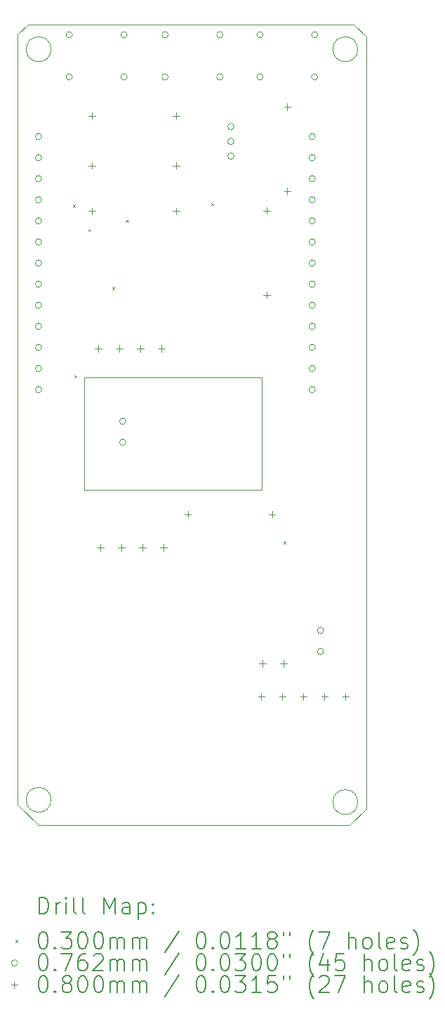
<source format=gbr>
%TF.GenerationSoftware,KiCad,Pcbnew,7.0.11+dfsg-1build4*%
%TF.CreationDate,2025-02-25T03:32:20+01:00*%
%TF.ProjectId,BertheVario213-Shema,42657274-6865-4566-9172-696f3231332d,1.11*%
%TF.SameCoordinates,Original*%
%TF.FileFunction,Drillmap*%
%TF.FilePolarity,Positive*%
%FSLAX45Y45*%
G04 Gerber Fmt 4.5, Leading zero omitted, Abs format (unit mm)*
G04 Created by KiCad (PCBNEW 7.0.11+dfsg-1build4) date 2025-02-25 03:32:20*
%MOMM*%
%LPD*%
G01*
G04 APERTURE LIST*
%ADD10C,0.050000*%
%ADD11C,0.200000*%
%ADD12C,0.100000*%
G04 APERTURE END LIST*
D10*
X16350000Y-6250000D02*
X16350000Y-15550000D01*
X16150000Y-15750000D01*
X12400000Y-15750000D01*
X12150000Y-15500000D01*
X12150000Y-6225000D01*
X12275000Y-6100000D01*
X16200000Y-6100000D01*
X16350000Y-6250000D01*
X12550000Y-6400000D02*
G75*
G03*
X12250000Y-6400000I-150000J0D01*
G01*
X12250000Y-6400000D02*
G75*
G03*
X12550000Y-6400000I150000J0D01*
G01*
X16250000Y-15469187D02*
G75*
G03*
X15950000Y-15469187I-150000J0D01*
G01*
X15950000Y-15469187D02*
G75*
G03*
X16250000Y-15469187I150000J0D01*
G01*
X12952000Y-10350000D02*
X15096457Y-10350000D01*
X15096457Y-11705543D01*
X12952000Y-11705543D01*
X12952000Y-10350000D01*
X16250000Y-6400000D02*
G75*
G03*
X15950000Y-6400000I-150000J0D01*
G01*
X15950000Y-6400000D02*
G75*
G03*
X16250000Y-6400000I150000J0D01*
G01*
X12550000Y-15440919D02*
G75*
G03*
X12250000Y-15440919I-150000J0D01*
G01*
X12250000Y-15440919D02*
G75*
G03*
X12550000Y-15440919I150000J0D01*
G01*
D11*
D12*
X12813280Y-8274040D02*
X12843280Y-8304040D01*
X12843280Y-8274040D02*
X12813280Y-8304040D01*
X12830860Y-10323760D02*
X12860860Y-10353760D01*
X12860860Y-10323760D02*
X12830860Y-10353760D01*
X12998510Y-8565120D02*
X13028510Y-8595120D01*
X13028510Y-8565120D02*
X12998510Y-8595120D01*
X13288070Y-9260410D02*
X13318070Y-9290410D01*
X13318070Y-9260410D02*
X13288070Y-9290410D01*
X13452210Y-8454560D02*
X13482210Y-8484560D01*
X13482210Y-8454560D02*
X13452210Y-8484560D01*
X14482450Y-8252000D02*
X14512450Y-8282000D01*
X14512450Y-8252000D02*
X14482450Y-8282000D01*
X15352870Y-12325800D02*
X15382870Y-12355800D01*
X15382870Y-12325800D02*
X15352870Y-12355800D01*
X12436100Y-7452000D02*
G75*
G03*
X12359900Y-7452000I-38100J0D01*
G01*
X12359900Y-7452000D02*
G75*
G03*
X12436100Y-7452000I38100J0D01*
G01*
X12436100Y-7706000D02*
G75*
G03*
X12359900Y-7706000I-38100J0D01*
G01*
X12359900Y-7706000D02*
G75*
G03*
X12436100Y-7706000I38100J0D01*
G01*
X12436100Y-7960000D02*
G75*
G03*
X12359900Y-7960000I-38100J0D01*
G01*
X12359900Y-7960000D02*
G75*
G03*
X12436100Y-7960000I38100J0D01*
G01*
X12436100Y-8214000D02*
G75*
G03*
X12359900Y-8214000I-38100J0D01*
G01*
X12359900Y-8214000D02*
G75*
G03*
X12436100Y-8214000I38100J0D01*
G01*
X12436100Y-8468000D02*
G75*
G03*
X12359900Y-8468000I-38100J0D01*
G01*
X12359900Y-8468000D02*
G75*
G03*
X12436100Y-8468000I38100J0D01*
G01*
X12436100Y-8722000D02*
G75*
G03*
X12359900Y-8722000I-38100J0D01*
G01*
X12359900Y-8722000D02*
G75*
G03*
X12436100Y-8722000I38100J0D01*
G01*
X12436100Y-8976000D02*
G75*
G03*
X12359900Y-8976000I-38100J0D01*
G01*
X12359900Y-8976000D02*
G75*
G03*
X12436100Y-8976000I38100J0D01*
G01*
X12436100Y-9230000D02*
G75*
G03*
X12359900Y-9230000I-38100J0D01*
G01*
X12359900Y-9230000D02*
G75*
G03*
X12436100Y-9230000I38100J0D01*
G01*
X12436100Y-9484000D02*
G75*
G03*
X12359900Y-9484000I-38100J0D01*
G01*
X12359900Y-9484000D02*
G75*
G03*
X12436100Y-9484000I38100J0D01*
G01*
X12436100Y-9738000D02*
G75*
G03*
X12359900Y-9738000I-38100J0D01*
G01*
X12359900Y-9738000D02*
G75*
G03*
X12436100Y-9738000I38100J0D01*
G01*
X12436100Y-9992000D02*
G75*
G03*
X12359900Y-9992000I-38100J0D01*
G01*
X12359900Y-9992000D02*
G75*
G03*
X12436100Y-9992000I38100J0D01*
G01*
X12436100Y-10246000D02*
G75*
G03*
X12359900Y-10246000I-38100J0D01*
G01*
X12359900Y-10246000D02*
G75*
G03*
X12436100Y-10246000I38100J0D01*
G01*
X12436100Y-10500000D02*
G75*
G03*
X12359900Y-10500000I-38100J0D01*
G01*
X12359900Y-10500000D02*
G75*
G03*
X12436100Y-10500000I38100J0D01*
G01*
X12807900Y-6225000D02*
G75*
G03*
X12731700Y-6225000I-38100J0D01*
G01*
X12731700Y-6225000D02*
G75*
G03*
X12807900Y-6225000I38100J0D01*
G01*
X12807900Y-6733000D02*
G75*
G03*
X12731700Y-6733000I-38100J0D01*
G01*
X12731700Y-6733000D02*
G75*
G03*
X12807900Y-6733000I38100J0D01*
G01*
X13452100Y-10881000D02*
G75*
G03*
X13375900Y-10881000I-38100J0D01*
G01*
X13375900Y-10881000D02*
G75*
G03*
X13452100Y-10881000I38100J0D01*
G01*
X13452100Y-11135000D02*
G75*
G03*
X13375900Y-11135000I-38100J0D01*
G01*
X13375900Y-11135000D02*
G75*
G03*
X13452100Y-11135000I38100J0D01*
G01*
X13468300Y-6225000D02*
G75*
G03*
X13392100Y-6225000I-38100J0D01*
G01*
X13392100Y-6225000D02*
G75*
G03*
X13468300Y-6225000I38100J0D01*
G01*
X13468300Y-6733000D02*
G75*
G03*
X13392100Y-6733000I-38100J0D01*
G01*
X13392100Y-6733000D02*
G75*
G03*
X13468300Y-6733000I38100J0D01*
G01*
X13963100Y-6225000D02*
G75*
G03*
X13886900Y-6225000I-38100J0D01*
G01*
X13886900Y-6225000D02*
G75*
G03*
X13963100Y-6225000I38100J0D01*
G01*
X13963100Y-6733000D02*
G75*
G03*
X13886900Y-6733000I-38100J0D01*
G01*
X13886900Y-6733000D02*
G75*
G03*
X13963100Y-6733000I38100J0D01*
G01*
X14623500Y-6225000D02*
G75*
G03*
X14547300Y-6225000I-38100J0D01*
G01*
X14547300Y-6225000D02*
G75*
G03*
X14623500Y-6225000I38100J0D01*
G01*
X14623500Y-6733000D02*
G75*
G03*
X14547300Y-6733000I-38100J0D01*
G01*
X14547300Y-6733000D02*
G75*
G03*
X14623500Y-6733000I38100J0D01*
G01*
X14758250Y-7331580D02*
G75*
G03*
X14682050Y-7331580I-38100J0D01*
G01*
X14682050Y-7331580D02*
G75*
G03*
X14758250Y-7331580I38100J0D01*
G01*
X14758250Y-7509380D02*
G75*
G03*
X14682050Y-7509380I-38100J0D01*
G01*
X14682050Y-7509380D02*
G75*
G03*
X14758250Y-7509380I38100J0D01*
G01*
X14758250Y-7687180D02*
G75*
G03*
X14682050Y-7687180I-38100J0D01*
G01*
X14682050Y-7687180D02*
G75*
G03*
X14758250Y-7687180I38100J0D01*
G01*
X15107900Y-6225000D02*
G75*
G03*
X15031700Y-6225000I-38100J0D01*
G01*
X15031700Y-6225000D02*
G75*
G03*
X15107900Y-6225000I38100J0D01*
G01*
X15107900Y-6733000D02*
G75*
G03*
X15031700Y-6733000I-38100J0D01*
G01*
X15031700Y-6733000D02*
G75*
G03*
X15107900Y-6733000I38100J0D01*
G01*
X15738100Y-7452000D02*
G75*
G03*
X15661900Y-7452000I-38100J0D01*
G01*
X15661900Y-7452000D02*
G75*
G03*
X15738100Y-7452000I38100J0D01*
G01*
X15738100Y-7706000D02*
G75*
G03*
X15661900Y-7706000I-38100J0D01*
G01*
X15661900Y-7706000D02*
G75*
G03*
X15738100Y-7706000I38100J0D01*
G01*
X15738100Y-7960000D02*
G75*
G03*
X15661900Y-7960000I-38100J0D01*
G01*
X15661900Y-7960000D02*
G75*
G03*
X15738100Y-7960000I38100J0D01*
G01*
X15738100Y-8214000D02*
G75*
G03*
X15661900Y-8214000I-38100J0D01*
G01*
X15661900Y-8214000D02*
G75*
G03*
X15738100Y-8214000I38100J0D01*
G01*
X15738100Y-8468000D02*
G75*
G03*
X15661900Y-8468000I-38100J0D01*
G01*
X15661900Y-8468000D02*
G75*
G03*
X15738100Y-8468000I38100J0D01*
G01*
X15738100Y-8722000D02*
G75*
G03*
X15661900Y-8722000I-38100J0D01*
G01*
X15661900Y-8722000D02*
G75*
G03*
X15738100Y-8722000I38100J0D01*
G01*
X15738100Y-8976000D02*
G75*
G03*
X15661900Y-8976000I-38100J0D01*
G01*
X15661900Y-8976000D02*
G75*
G03*
X15738100Y-8976000I38100J0D01*
G01*
X15738100Y-9230000D02*
G75*
G03*
X15661900Y-9230000I-38100J0D01*
G01*
X15661900Y-9230000D02*
G75*
G03*
X15738100Y-9230000I38100J0D01*
G01*
X15738100Y-9484000D02*
G75*
G03*
X15661900Y-9484000I-38100J0D01*
G01*
X15661900Y-9484000D02*
G75*
G03*
X15738100Y-9484000I38100J0D01*
G01*
X15738100Y-9738000D02*
G75*
G03*
X15661900Y-9738000I-38100J0D01*
G01*
X15661900Y-9738000D02*
G75*
G03*
X15738100Y-9738000I38100J0D01*
G01*
X15738100Y-9992000D02*
G75*
G03*
X15661900Y-9992000I-38100J0D01*
G01*
X15661900Y-9992000D02*
G75*
G03*
X15738100Y-9992000I38100J0D01*
G01*
X15738100Y-10246000D02*
G75*
G03*
X15661900Y-10246000I-38100J0D01*
G01*
X15661900Y-10246000D02*
G75*
G03*
X15738100Y-10246000I38100J0D01*
G01*
X15738100Y-10500000D02*
G75*
G03*
X15661900Y-10500000I-38100J0D01*
G01*
X15661900Y-10500000D02*
G75*
G03*
X15738100Y-10500000I38100J0D01*
G01*
X15768300Y-6225000D02*
G75*
G03*
X15692100Y-6225000I-38100J0D01*
G01*
X15692100Y-6225000D02*
G75*
G03*
X15768300Y-6225000I38100J0D01*
G01*
X15768300Y-6733000D02*
G75*
G03*
X15692100Y-6733000I-38100J0D01*
G01*
X15692100Y-6733000D02*
G75*
G03*
X15768300Y-6733000I38100J0D01*
G01*
X15838100Y-13400000D02*
G75*
G03*
X15761900Y-13400000I-38100J0D01*
G01*
X15761900Y-13400000D02*
G75*
G03*
X15838100Y-13400000I38100J0D01*
G01*
X15838100Y-13654000D02*
G75*
G03*
X15761900Y-13654000I-38100J0D01*
G01*
X15761900Y-13654000D02*
G75*
G03*
X15838100Y-13654000I38100J0D01*
G01*
X13042000Y-7160000D02*
X13042000Y-7240000D01*
X13002000Y-7200000D02*
X13082000Y-7200000D01*
X13042000Y-7760000D02*
X13042000Y-7840000D01*
X13002000Y-7800000D02*
X13082000Y-7800000D01*
X13042000Y-8310000D02*
X13042000Y-8390000D01*
X13002000Y-8350000D02*
X13082000Y-8350000D01*
X13118000Y-9964000D02*
X13118000Y-10044000D01*
X13078000Y-10004000D02*
X13158000Y-10004000D01*
X13146000Y-12360000D02*
X13146000Y-12440000D01*
X13106000Y-12400000D02*
X13186000Y-12400000D01*
X13372000Y-9964000D02*
X13372000Y-10044000D01*
X13332000Y-10004000D02*
X13412000Y-10004000D01*
X13400000Y-12360000D02*
X13400000Y-12440000D01*
X13360000Y-12400000D02*
X13440000Y-12400000D01*
X13626000Y-9964000D02*
X13626000Y-10044000D01*
X13586000Y-10004000D02*
X13666000Y-10004000D01*
X13654000Y-12360000D02*
X13654000Y-12440000D01*
X13614000Y-12400000D02*
X13694000Y-12400000D01*
X13881000Y-9964000D02*
X13881000Y-10044000D01*
X13841000Y-10004000D02*
X13921000Y-10004000D01*
X13908000Y-12360000D02*
X13908000Y-12440000D01*
X13868000Y-12400000D02*
X13948000Y-12400000D01*
X14058000Y-7160000D02*
X14058000Y-7240000D01*
X14018000Y-7200000D02*
X14098000Y-7200000D01*
X14058000Y-7760000D02*
X14058000Y-7840000D01*
X14018000Y-7800000D02*
X14098000Y-7800000D01*
X14058000Y-8310000D02*
X14058000Y-8390000D01*
X14018000Y-8350000D02*
X14098000Y-8350000D01*
X14200000Y-11960000D02*
X14200000Y-12040000D01*
X14160000Y-12000000D02*
X14240000Y-12000000D01*
X15088000Y-14160000D02*
X15088000Y-14240000D01*
X15048000Y-14200000D02*
X15128000Y-14200000D01*
X15100000Y-13760000D02*
X15100000Y-13840000D01*
X15060000Y-13800000D02*
X15140000Y-13800000D01*
X15150000Y-8302000D02*
X15150000Y-8382000D01*
X15110000Y-8342000D02*
X15190000Y-8342000D01*
X15150000Y-9318000D02*
X15150000Y-9398000D01*
X15110000Y-9358000D02*
X15190000Y-9358000D01*
X15216000Y-11960000D02*
X15216000Y-12040000D01*
X15176000Y-12000000D02*
X15256000Y-12000000D01*
X15342000Y-14160000D02*
X15342000Y-14240000D01*
X15302000Y-14200000D02*
X15382000Y-14200000D01*
X15354000Y-13760000D02*
X15354000Y-13840000D01*
X15314000Y-13800000D02*
X15394000Y-13800000D01*
X15400000Y-7052000D02*
X15400000Y-7132000D01*
X15360000Y-7092000D02*
X15440000Y-7092000D01*
X15400000Y-8068000D02*
X15400000Y-8148000D01*
X15360000Y-8108000D02*
X15440000Y-8108000D01*
X15596000Y-14160000D02*
X15596000Y-14240000D01*
X15556000Y-14200000D02*
X15636000Y-14200000D01*
X15850000Y-14160000D02*
X15850000Y-14240000D01*
X15810000Y-14200000D02*
X15890000Y-14200000D01*
X16104000Y-14160000D02*
X16104000Y-14240000D01*
X16064000Y-14200000D02*
X16144000Y-14200000D01*
D11*
X12408277Y-16813984D02*
X12408277Y-16613984D01*
X12408277Y-16613984D02*
X12455896Y-16613984D01*
X12455896Y-16613984D02*
X12484467Y-16623508D01*
X12484467Y-16623508D02*
X12503515Y-16642555D01*
X12503515Y-16642555D02*
X12513039Y-16661603D01*
X12513039Y-16661603D02*
X12522562Y-16699698D01*
X12522562Y-16699698D02*
X12522562Y-16728269D01*
X12522562Y-16728269D02*
X12513039Y-16766365D01*
X12513039Y-16766365D02*
X12503515Y-16785412D01*
X12503515Y-16785412D02*
X12484467Y-16804460D01*
X12484467Y-16804460D02*
X12455896Y-16813984D01*
X12455896Y-16813984D02*
X12408277Y-16813984D01*
X12608277Y-16813984D02*
X12608277Y-16680650D01*
X12608277Y-16718746D02*
X12617801Y-16699698D01*
X12617801Y-16699698D02*
X12627324Y-16690174D01*
X12627324Y-16690174D02*
X12646372Y-16680650D01*
X12646372Y-16680650D02*
X12665420Y-16680650D01*
X12732086Y-16813984D02*
X12732086Y-16680650D01*
X12732086Y-16613984D02*
X12722562Y-16623508D01*
X12722562Y-16623508D02*
X12732086Y-16633031D01*
X12732086Y-16633031D02*
X12741610Y-16623508D01*
X12741610Y-16623508D02*
X12732086Y-16613984D01*
X12732086Y-16613984D02*
X12732086Y-16633031D01*
X12855896Y-16813984D02*
X12836848Y-16804460D01*
X12836848Y-16804460D02*
X12827324Y-16785412D01*
X12827324Y-16785412D02*
X12827324Y-16613984D01*
X12960658Y-16813984D02*
X12941610Y-16804460D01*
X12941610Y-16804460D02*
X12932086Y-16785412D01*
X12932086Y-16785412D02*
X12932086Y-16613984D01*
X13189229Y-16813984D02*
X13189229Y-16613984D01*
X13189229Y-16613984D02*
X13255896Y-16756841D01*
X13255896Y-16756841D02*
X13322562Y-16613984D01*
X13322562Y-16613984D02*
X13322562Y-16813984D01*
X13503515Y-16813984D02*
X13503515Y-16709222D01*
X13503515Y-16709222D02*
X13493991Y-16690174D01*
X13493991Y-16690174D02*
X13474943Y-16680650D01*
X13474943Y-16680650D02*
X13436848Y-16680650D01*
X13436848Y-16680650D02*
X13417801Y-16690174D01*
X13503515Y-16804460D02*
X13484467Y-16813984D01*
X13484467Y-16813984D02*
X13436848Y-16813984D01*
X13436848Y-16813984D02*
X13417801Y-16804460D01*
X13417801Y-16804460D02*
X13408277Y-16785412D01*
X13408277Y-16785412D02*
X13408277Y-16766365D01*
X13408277Y-16766365D02*
X13417801Y-16747317D01*
X13417801Y-16747317D02*
X13436848Y-16737793D01*
X13436848Y-16737793D02*
X13484467Y-16737793D01*
X13484467Y-16737793D02*
X13503515Y-16728269D01*
X13598753Y-16680650D02*
X13598753Y-16880650D01*
X13598753Y-16690174D02*
X13617801Y-16680650D01*
X13617801Y-16680650D02*
X13655896Y-16680650D01*
X13655896Y-16680650D02*
X13674943Y-16690174D01*
X13674943Y-16690174D02*
X13684467Y-16699698D01*
X13684467Y-16699698D02*
X13693991Y-16718746D01*
X13693991Y-16718746D02*
X13693991Y-16775888D01*
X13693991Y-16775888D02*
X13684467Y-16794936D01*
X13684467Y-16794936D02*
X13674943Y-16804460D01*
X13674943Y-16804460D02*
X13655896Y-16813984D01*
X13655896Y-16813984D02*
X13617801Y-16813984D01*
X13617801Y-16813984D02*
X13598753Y-16804460D01*
X13779705Y-16794936D02*
X13789229Y-16804460D01*
X13789229Y-16804460D02*
X13779705Y-16813984D01*
X13779705Y-16813984D02*
X13770182Y-16804460D01*
X13770182Y-16804460D02*
X13779705Y-16794936D01*
X13779705Y-16794936D02*
X13779705Y-16813984D01*
X13779705Y-16690174D02*
X13789229Y-16699698D01*
X13789229Y-16699698D02*
X13779705Y-16709222D01*
X13779705Y-16709222D02*
X13770182Y-16699698D01*
X13770182Y-16699698D02*
X13779705Y-16690174D01*
X13779705Y-16690174D02*
X13779705Y-16709222D01*
D12*
X12117500Y-17127500D02*
X12147500Y-17157500D01*
X12147500Y-17127500D02*
X12117500Y-17157500D01*
D11*
X12446372Y-17033984D02*
X12465420Y-17033984D01*
X12465420Y-17033984D02*
X12484467Y-17043508D01*
X12484467Y-17043508D02*
X12493991Y-17053031D01*
X12493991Y-17053031D02*
X12503515Y-17072079D01*
X12503515Y-17072079D02*
X12513039Y-17110174D01*
X12513039Y-17110174D02*
X12513039Y-17157793D01*
X12513039Y-17157793D02*
X12503515Y-17195889D01*
X12503515Y-17195889D02*
X12493991Y-17214936D01*
X12493991Y-17214936D02*
X12484467Y-17224460D01*
X12484467Y-17224460D02*
X12465420Y-17233984D01*
X12465420Y-17233984D02*
X12446372Y-17233984D01*
X12446372Y-17233984D02*
X12427324Y-17224460D01*
X12427324Y-17224460D02*
X12417801Y-17214936D01*
X12417801Y-17214936D02*
X12408277Y-17195889D01*
X12408277Y-17195889D02*
X12398753Y-17157793D01*
X12398753Y-17157793D02*
X12398753Y-17110174D01*
X12398753Y-17110174D02*
X12408277Y-17072079D01*
X12408277Y-17072079D02*
X12417801Y-17053031D01*
X12417801Y-17053031D02*
X12427324Y-17043508D01*
X12427324Y-17043508D02*
X12446372Y-17033984D01*
X12598753Y-17214936D02*
X12608277Y-17224460D01*
X12608277Y-17224460D02*
X12598753Y-17233984D01*
X12598753Y-17233984D02*
X12589229Y-17224460D01*
X12589229Y-17224460D02*
X12598753Y-17214936D01*
X12598753Y-17214936D02*
X12598753Y-17233984D01*
X12674943Y-17033984D02*
X12798753Y-17033984D01*
X12798753Y-17033984D02*
X12732086Y-17110174D01*
X12732086Y-17110174D02*
X12760658Y-17110174D01*
X12760658Y-17110174D02*
X12779705Y-17119698D01*
X12779705Y-17119698D02*
X12789229Y-17129222D01*
X12789229Y-17129222D02*
X12798753Y-17148270D01*
X12798753Y-17148270D02*
X12798753Y-17195889D01*
X12798753Y-17195889D02*
X12789229Y-17214936D01*
X12789229Y-17214936D02*
X12779705Y-17224460D01*
X12779705Y-17224460D02*
X12760658Y-17233984D01*
X12760658Y-17233984D02*
X12703515Y-17233984D01*
X12703515Y-17233984D02*
X12684467Y-17224460D01*
X12684467Y-17224460D02*
X12674943Y-17214936D01*
X12922562Y-17033984D02*
X12941610Y-17033984D01*
X12941610Y-17033984D02*
X12960658Y-17043508D01*
X12960658Y-17043508D02*
X12970182Y-17053031D01*
X12970182Y-17053031D02*
X12979705Y-17072079D01*
X12979705Y-17072079D02*
X12989229Y-17110174D01*
X12989229Y-17110174D02*
X12989229Y-17157793D01*
X12989229Y-17157793D02*
X12979705Y-17195889D01*
X12979705Y-17195889D02*
X12970182Y-17214936D01*
X12970182Y-17214936D02*
X12960658Y-17224460D01*
X12960658Y-17224460D02*
X12941610Y-17233984D01*
X12941610Y-17233984D02*
X12922562Y-17233984D01*
X12922562Y-17233984D02*
X12903515Y-17224460D01*
X12903515Y-17224460D02*
X12893991Y-17214936D01*
X12893991Y-17214936D02*
X12884467Y-17195889D01*
X12884467Y-17195889D02*
X12874943Y-17157793D01*
X12874943Y-17157793D02*
X12874943Y-17110174D01*
X12874943Y-17110174D02*
X12884467Y-17072079D01*
X12884467Y-17072079D02*
X12893991Y-17053031D01*
X12893991Y-17053031D02*
X12903515Y-17043508D01*
X12903515Y-17043508D02*
X12922562Y-17033984D01*
X13113039Y-17033984D02*
X13132086Y-17033984D01*
X13132086Y-17033984D02*
X13151134Y-17043508D01*
X13151134Y-17043508D02*
X13160658Y-17053031D01*
X13160658Y-17053031D02*
X13170182Y-17072079D01*
X13170182Y-17072079D02*
X13179705Y-17110174D01*
X13179705Y-17110174D02*
X13179705Y-17157793D01*
X13179705Y-17157793D02*
X13170182Y-17195889D01*
X13170182Y-17195889D02*
X13160658Y-17214936D01*
X13160658Y-17214936D02*
X13151134Y-17224460D01*
X13151134Y-17224460D02*
X13132086Y-17233984D01*
X13132086Y-17233984D02*
X13113039Y-17233984D01*
X13113039Y-17233984D02*
X13093991Y-17224460D01*
X13093991Y-17224460D02*
X13084467Y-17214936D01*
X13084467Y-17214936D02*
X13074943Y-17195889D01*
X13074943Y-17195889D02*
X13065420Y-17157793D01*
X13065420Y-17157793D02*
X13065420Y-17110174D01*
X13065420Y-17110174D02*
X13074943Y-17072079D01*
X13074943Y-17072079D02*
X13084467Y-17053031D01*
X13084467Y-17053031D02*
X13093991Y-17043508D01*
X13093991Y-17043508D02*
X13113039Y-17033984D01*
X13265420Y-17233984D02*
X13265420Y-17100650D01*
X13265420Y-17119698D02*
X13274943Y-17110174D01*
X13274943Y-17110174D02*
X13293991Y-17100650D01*
X13293991Y-17100650D02*
X13322563Y-17100650D01*
X13322563Y-17100650D02*
X13341610Y-17110174D01*
X13341610Y-17110174D02*
X13351134Y-17129222D01*
X13351134Y-17129222D02*
X13351134Y-17233984D01*
X13351134Y-17129222D02*
X13360658Y-17110174D01*
X13360658Y-17110174D02*
X13379705Y-17100650D01*
X13379705Y-17100650D02*
X13408277Y-17100650D01*
X13408277Y-17100650D02*
X13427324Y-17110174D01*
X13427324Y-17110174D02*
X13436848Y-17129222D01*
X13436848Y-17129222D02*
X13436848Y-17233984D01*
X13532086Y-17233984D02*
X13532086Y-17100650D01*
X13532086Y-17119698D02*
X13541610Y-17110174D01*
X13541610Y-17110174D02*
X13560658Y-17100650D01*
X13560658Y-17100650D02*
X13589229Y-17100650D01*
X13589229Y-17100650D02*
X13608277Y-17110174D01*
X13608277Y-17110174D02*
X13617801Y-17129222D01*
X13617801Y-17129222D02*
X13617801Y-17233984D01*
X13617801Y-17129222D02*
X13627324Y-17110174D01*
X13627324Y-17110174D02*
X13646372Y-17100650D01*
X13646372Y-17100650D02*
X13674943Y-17100650D01*
X13674943Y-17100650D02*
X13693991Y-17110174D01*
X13693991Y-17110174D02*
X13703515Y-17129222D01*
X13703515Y-17129222D02*
X13703515Y-17233984D01*
X14093991Y-17024460D02*
X13922563Y-17281603D01*
X14351134Y-17033984D02*
X14370182Y-17033984D01*
X14370182Y-17033984D02*
X14389229Y-17043508D01*
X14389229Y-17043508D02*
X14398753Y-17053031D01*
X14398753Y-17053031D02*
X14408277Y-17072079D01*
X14408277Y-17072079D02*
X14417801Y-17110174D01*
X14417801Y-17110174D02*
X14417801Y-17157793D01*
X14417801Y-17157793D02*
X14408277Y-17195889D01*
X14408277Y-17195889D02*
X14398753Y-17214936D01*
X14398753Y-17214936D02*
X14389229Y-17224460D01*
X14389229Y-17224460D02*
X14370182Y-17233984D01*
X14370182Y-17233984D02*
X14351134Y-17233984D01*
X14351134Y-17233984D02*
X14332086Y-17224460D01*
X14332086Y-17224460D02*
X14322563Y-17214936D01*
X14322563Y-17214936D02*
X14313039Y-17195889D01*
X14313039Y-17195889D02*
X14303515Y-17157793D01*
X14303515Y-17157793D02*
X14303515Y-17110174D01*
X14303515Y-17110174D02*
X14313039Y-17072079D01*
X14313039Y-17072079D02*
X14322563Y-17053031D01*
X14322563Y-17053031D02*
X14332086Y-17043508D01*
X14332086Y-17043508D02*
X14351134Y-17033984D01*
X14503515Y-17214936D02*
X14513039Y-17224460D01*
X14513039Y-17224460D02*
X14503515Y-17233984D01*
X14503515Y-17233984D02*
X14493991Y-17224460D01*
X14493991Y-17224460D02*
X14503515Y-17214936D01*
X14503515Y-17214936D02*
X14503515Y-17233984D01*
X14636848Y-17033984D02*
X14655896Y-17033984D01*
X14655896Y-17033984D02*
X14674944Y-17043508D01*
X14674944Y-17043508D02*
X14684467Y-17053031D01*
X14684467Y-17053031D02*
X14693991Y-17072079D01*
X14693991Y-17072079D02*
X14703515Y-17110174D01*
X14703515Y-17110174D02*
X14703515Y-17157793D01*
X14703515Y-17157793D02*
X14693991Y-17195889D01*
X14693991Y-17195889D02*
X14684467Y-17214936D01*
X14684467Y-17214936D02*
X14674944Y-17224460D01*
X14674944Y-17224460D02*
X14655896Y-17233984D01*
X14655896Y-17233984D02*
X14636848Y-17233984D01*
X14636848Y-17233984D02*
X14617801Y-17224460D01*
X14617801Y-17224460D02*
X14608277Y-17214936D01*
X14608277Y-17214936D02*
X14598753Y-17195889D01*
X14598753Y-17195889D02*
X14589229Y-17157793D01*
X14589229Y-17157793D02*
X14589229Y-17110174D01*
X14589229Y-17110174D02*
X14598753Y-17072079D01*
X14598753Y-17072079D02*
X14608277Y-17053031D01*
X14608277Y-17053031D02*
X14617801Y-17043508D01*
X14617801Y-17043508D02*
X14636848Y-17033984D01*
X14893991Y-17233984D02*
X14779706Y-17233984D01*
X14836848Y-17233984D02*
X14836848Y-17033984D01*
X14836848Y-17033984D02*
X14817801Y-17062555D01*
X14817801Y-17062555D02*
X14798753Y-17081603D01*
X14798753Y-17081603D02*
X14779706Y-17091127D01*
X15084467Y-17233984D02*
X14970182Y-17233984D01*
X15027325Y-17233984D02*
X15027325Y-17033984D01*
X15027325Y-17033984D02*
X15008277Y-17062555D01*
X15008277Y-17062555D02*
X14989229Y-17081603D01*
X14989229Y-17081603D02*
X14970182Y-17091127D01*
X15198753Y-17119698D02*
X15179706Y-17110174D01*
X15179706Y-17110174D02*
X15170182Y-17100650D01*
X15170182Y-17100650D02*
X15160658Y-17081603D01*
X15160658Y-17081603D02*
X15160658Y-17072079D01*
X15160658Y-17072079D02*
X15170182Y-17053031D01*
X15170182Y-17053031D02*
X15179706Y-17043508D01*
X15179706Y-17043508D02*
X15198753Y-17033984D01*
X15198753Y-17033984D02*
X15236848Y-17033984D01*
X15236848Y-17033984D02*
X15255896Y-17043508D01*
X15255896Y-17043508D02*
X15265420Y-17053031D01*
X15265420Y-17053031D02*
X15274944Y-17072079D01*
X15274944Y-17072079D02*
X15274944Y-17081603D01*
X15274944Y-17081603D02*
X15265420Y-17100650D01*
X15265420Y-17100650D02*
X15255896Y-17110174D01*
X15255896Y-17110174D02*
X15236848Y-17119698D01*
X15236848Y-17119698D02*
X15198753Y-17119698D01*
X15198753Y-17119698D02*
X15179706Y-17129222D01*
X15179706Y-17129222D02*
X15170182Y-17138746D01*
X15170182Y-17138746D02*
X15160658Y-17157793D01*
X15160658Y-17157793D02*
X15160658Y-17195889D01*
X15160658Y-17195889D02*
X15170182Y-17214936D01*
X15170182Y-17214936D02*
X15179706Y-17224460D01*
X15179706Y-17224460D02*
X15198753Y-17233984D01*
X15198753Y-17233984D02*
X15236848Y-17233984D01*
X15236848Y-17233984D02*
X15255896Y-17224460D01*
X15255896Y-17224460D02*
X15265420Y-17214936D01*
X15265420Y-17214936D02*
X15274944Y-17195889D01*
X15274944Y-17195889D02*
X15274944Y-17157793D01*
X15274944Y-17157793D02*
X15265420Y-17138746D01*
X15265420Y-17138746D02*
X15255896Y-17129222D01*
X15255896Y-17129222D02*
X15236848Y-17119698D01*
X15351134Y-17033984D02*
X15351134Y-17072079D01*
X15427325Y-17033984D02*
X15427325Y-17072079D01*
X15722563Y-17310174D02*
X15713039Y-17300650D01*
X15713039Y-17300650D02*
X15693991Y-17272079D01*
X15693991Y-17272079D02*
X15684468Y-17253031D01*
X15684468Y-17253031D02*
X15674944Y-17224460D01*
X15674944Y-17224460D02*
X15665420Y-17176841D01*
X15665420Y-17176841D02*
X15665420Y-17138746D01*
X15665420Y-17138746D02*
X15674944Y-17091127D01*
X15674944Y-17091127D02*
X15684468Y-17062555D01*
X15684468Y-17062555D02*
X15693991Y-17043508D01*
X15693991Y-17043508D02*
X15713039Y-17014936D01*
X15713039Y-17014936D02*
X15722563Y-17005412D01*
X15779706Y-17033984D02*
X15913039Y-17033984D01*
X15913039Y-17033984D02*
X15827325Y-17233984D01*
X16141610Y-17233984D02*
X16141610Y-17033984D01*
X16227325Y-17233984D02*
X16227325Y-17129222D01*
X16227325Y-17129222D02*
X16217801Y-17110174D01*
X16217801Y-17110174D02*
X16198753Y-17100650D01*
X16198753Y-17100650D02*
X16170182Y-17100650D01*
X16170182Y-17100650D02*
X16151134Y-17110174D01*
X16151134Y-17110174D02*
X16141610Y-17119698D01*
X16351134Y-17233984D02*
X16332087Y-17224460D01*
X16332087Y-17224460D02*
X16322563Y-17214936D01*
X16322563Y-17214936D02*
X16313039Y-17195889D01*
X16313039Y-17195889D02*
X16313039Y-17138746D01*
X16313039Y-17138746D02*
X16322563Y-17119698D01*
X16322563Y-17119698D02*
X16332087Y-17110174D01*
X16332087Y-17110174D02*
X16351134Y-17100650D01*
X16351134Y-17100650D02*
X16379706Y-17100650D01*
X16379706Y-17100650D02*
X16398753Y-17110174D01*
X16398753Y-17110174D02*
X16408277Y-17119698D01*
X16408277Y-17119698D02*
X16417801Y-17138746D01*
X16417801Y-17138746D02*
X16417801Y-17195889D01*
X16417801Y-17195889D02*
X16408277Y-17214936D01*
X16408277Y-17214936D02*
X16398753Y-17224460D01*
X16398753Y-17224460D02*
X16379706Y-17233984D01*
X16379706Y-17233984D02*
X16351134Y-17233984D01*
X16532087Y-17233984D02*
X16513039Y-17224460D01*
X16513039Y-17224460D02*
X16503515Y-17205412D01*
X16503515Y-17205412D02*
X16503515Y-17033984D01*
X16684468Y-17224460D02*
X16665420Y-17233984D01*
X16665420Y-17233984D02*
X16627325Y-17233984D01*
X16627325Y-17233984D02*
X16608277Y-17224460D01*
X16608277Y-17224460D02*
X16598753Y-17205412D01*
X16598753Y-17205412D02*
X16598753Y-17129222D01*
X16598753Y-17129222D02*
X16608277Y-17110174D01*
X16608277Y-17110174D02*
X16627325Y-17100650D01*
X16627325Y-17100650D02*
X16665420Y-17100650D01*
X16665420Y-17100650D02*
X16684468Y-17110174D01*
X16684468Y-17110174D02*
X16693991Y-17129222D01*
X16693991Y-17129222D02*
X16693991Y-17148270D01*
X16693991Y-17148270D02*
X16598753Y-17167317D01*
X16770182Y-17224460D02*
X16789230Y-17233984D01*
X16789230Y-17233984D02*
X16827325Y-17233984D01*
X16827325Y-17233984D02*
X16846373Y-17224460D01*
X16846373Y-17224460D02*
X16855896Y-17205412D01*
X16855896Y-17205412D02*
X16855896Y-17195889D01*
X16855896Y-17195889D02*
X16846373Y-17176841D01*
X16846373Y-17176841D02*
X16827325Y-17167317D01*
X16827325Y-17167317D02*
X16798753Y-17167317D01*
X16798753Y-17167317D02*
X16779706Y-17157793D01*
X16779706Y-17157793D02*
X16770182Y-17138746D01*
X16770182Y-17138746D02*
X16770182Y-17129222D01*
X16770182Y-17129222D02*
X16779706Y-17110174D01*
X16779706Y-17110174D02*
X16798753Y-17100650D01*
X16798753Y-17100650D02*
X16827325Y-17100650D01*
X16827325Y-17100650D02*
X16846373Y-17110174D01*
X16922563Y-17310174D02*
X16932087Y-17300650D01*
X16932087Y-17300650D02*
X16951134Y-17272079D01*
X16951134Y-17272079D02*
X16960658Y-17253031D01*
X16960658Y-17253031D02*
X16970182Y-17224460D01*
X16970182Y-17224460D02*
X16979706Y-17176841D01*
X16979706Y-17176841D02*
X16979706Y-17138746D01*
X16979706Y-17138746D02*
X16970182Y-17091127D01*
X16970182Y-17091127D02*
X16960658Y-17062555D01*
X16960658Y-17062555D02*
X16951134Y-17043508D01*
X16951134Y-17043508D02*
X16932087Y-17014936D01*
X16932087Y-17014936D02*
X16922563Y-17005412D01*
D12*
X12147500Y-17406500D02*
G75*
G03*
X12071300Y-17406500I-38100J0D01*
G01*
X12071300Y-17406500D02*
G75*
G03*
X12147500Y-17406500I38100J0D01*
G01*
D11*
X12446372Y-17297984D02*
X12465420Y-17297984D01*
X12465420Y-17297984D02*
X12484467Y-17307508D01*
X12484467Y-17307508D02*
X12493991Y-17317031D01*
X12493991Y-17317031D02*
X12503515Y-17336079D01*
X12503515Y-17336079D02*
X12513039Y-17374174D01*
X12513039Y-17374174D02*
X12513039Y-17421793D01*
X12513039Y-17421793D02*
X12503515Y-17459889D01*
X12503515Y-17459889D02*
X12493991Y-17478936D01*
X12493991Y-17478936D02*
X12484467Y-17488460D01*
X12484467Y-17488460D02*
X12465420Y-17497984D01*
X12465420Y-17497984D02*
X12446372Y-17497984D01*
X12446372Y-17497984D02*
X12427324Y-17488460D01*
X12427324Y-17488460D02*
X12417801Y-17478936D01*
X12417801Y-17478936D02*
X12408277Y-17459889D01*
X12408277Y-17459889D02*
X12398753Y-17421793D01*
X12398753Y-17421793D02*
X12398753Y-17374174D01*
X12398753Y-17374174D02*
X12408277Y-17336079D01*
X12408277Y-17336079D02*
X12417801Y-17317031D01*
X12417801Y-17317031D02*
X12427324Y-17307508D01*
X12427324Y-17307508D02*
X12446372Y-17297984D01*
X12598753Y-17478936D02*
X12608277Y-17488460D01*
X12608277Y-17488460D02*
X12598753Y-17497984D01*
X12598753Y-17497984D02*
X12589229Y-17488460D01*
X12589229Y-17488460D02*
X12598753Y-17478936D01*
X12598753Y-17478936D02*
X12598753Y-17497984D01*
X12674943Y-17297984D02*
X12808277Y-17297984D01*
X12808277Y-17297984D02*
X12722562Y-17497984D01*
X12970182Y-17297984D02*
X12932086Y-17297984D01*
X12932086Y-17297984D02*
X12913039Y-17307508D01*
X12913039Y-17307508D02*
X12903515Y-17317031D01*
X12903515Y-17317031D02*
X12884467Y-17345603D01*
X12884467Y-17345603D02*
X12874943Y-17383698D01*
X12874943Y-17383698D02*
X12874943Y-17459889D01*
X12874943Y-17459889D02*
X12884467Y-17478936D01*
X12884467Y-17478936D02*
X12893991Y-17488460D01*
X12893991Y-17488460D02*
X12913039Y-17497984D01*
X12913039Y-17497984D02*
X12951134Y-17497984D01*
X12951134Y-17497984D02*
X12970182Y-17488460D01*
X12970182Y-17488460D02*
X12979705Y-17478936D01*
X12979705Y-17478936D02*
X12989229Y-17459889D01*
X12989229Y-17459889D02*
X12989229Y-17412270D01*
X12989229Y-17412270D02*
X12979705Y-17393222D01*
X12979705Y-17393222D02*
X12970182Y-17383698D01*
X12970182Y-17383698D02*
X12951134Y-17374174D01*
X12951134Y-17374174D02*
X12913039Y-17374174D01*
X12913039Y-17374174D02*
X12893991Y-17383698D01*
X12893991Y-17383698D02*
X12884467Y-17393222D01*
X12884467Y-17393222D02*
X12874943Y-17412270D01*
X13065420Y-17317031D02*
X13074943Y-17307508D01*
X13074943Y-17307508D02*
X13093991Y-17297984D01*
X13093991Y-17297984D02*
X13141610Y-17297984D01*
X13141610Y-17297984D02*
X13160658Y-17307508D01*
X13160658Y-17307508D02*
X13170182Y-17317031D01*
X13170182Y-17317031D02*
X13179705Y-17336079D01*
X13179705Y-17336079D02*
X13179705Y-17355127D01*
X13179705Y-17355127D02*
X13170182Y-17383698D01*
X13170182Y-17383698D02*
X13055896Y-17497984D01*
X13055896Y-17497984D02*
X13179705Y-17497984D01*
X13265420Y-17497984D02*
X13265420Y-17364650D01*
X13265420Y-17383698D02*
X13274943Y-17374174D01*
X13274943Y-17374174D02*
X13293991Y-17364650D01*
X13293991Y-17364650D02*
X13322563Y-17364650D01*
X13322563Y-17364650D02*
X13341610Y-17374174D01*
X13341610Y-17374174D02*
X13351134Y-17393222D01*
X13351134Y-17393222D02*
X13351134Y-17497984D01*
X13351134Y-17393222D02*
X13360658Y-17374174D01*
X13360658Y-17374174D02*
X13379705Y-17364650D01*
X13379705Y-17364650D02*
X13408277Y-17364650D01*
X13408277Y-17364650D02*
X13427324Y-17374174D01*
X13427324Y-17374174D02*
X13436848Y-17393222D01*
X13436848Y-17393222D02*
X13436848Y-17497984D01*
X13532086Y-17497984D02*
X13532086Y-17364650D01*
X13532086Y-17383698D02*
X13541610Y-17374174D01*
X13541610Y-17374174D02*
X13560658Y-17364650D01*
X13560658Y-17364650D02*
X13589229Y-17364650D01*
X13589229Y-17364650D02*
X13608277Y-17374174D01*
X13608277Y-17374174D02*
X13617801Y-17393222D01*
X13617801Y-17393222D02*
X13617801Y-17497984D01*
X13617801Y-17393222D02*
X13627324Y-17374174D01*
X13627324Y-17374174D02*
X13646372Y-17364650D01*
X13646372Y-17364650D02*
X13674943Y-17364650D01*
X13674943Y-17364650D02*
X13693991Y-17374174D01*
X13693991Y-17374174D02*
X13703515Y-17393222D01*
X13703515Y-17393222D02*
X13703515Y-17497984D01*
X14093991Y-17288460D02*
X13922563Y-17545603D01*
X14351134Y-17297984D02*
X14370182Y-17297984D01*
X14370182Y-17297984D02*
X14389229Y-17307508D01*
X14389229Y-17307508D02*
X14398753Y-17317031D01*
X14398753Y-17317031D02*
X14408277Y-17336079D01*
X14408277Y-17336079D02*
X14417801Y-17374174D01*
X14417801Y-17374174D02*
X14417801Y-17421793D01*
X14417801Y-17421793D02*
X14408277Y-17459889D01*
X14408277Y-17459889D02*
X14398753Y-17478936D01*
X14398753Y-17478936D02*
X14389229Y-17488460D01*
X14389229Y-17488460D02*
X14370182Y-17497984D01*
X14370182Y-17497984D02*
X14351134Y-17497984D01*
X14351134Y-17497984D02*
X14332086Y-17488460D01*
X14332086Y-17488460D02*
X14322563Y-17478936D01*
X14322563Y-17478936D02*
X14313039Y-17459889D01*
X14313039Y-17459889D02*
X14303515Y-17421793D01*
X14303515Y-17421793D02*
X14303515Y-17374174D01*
X14303515Y-17374174D02*
X14313039Y-17336079D01*
X14313039Y-17336079D02*
X14322563Y-17317031D01*
X14322563Y-17317031D02*
X14332086Y-17307508D01*
X14332086Y-17307508D02*
X14351134Y-17297984D01*
X14503515Y-17478936D02*
X14513039Y-17488460D01*
X14513039Y-17488460D02*
X14503515Y-17497984D01*
X14503515Y-17497984D02*
X14493991Y-17488460D01*
X14493991Y-17488460D02*
X14503515Y-17478936D01*
X14503515Y-17478936D02*
X14503515Y-17497984D01*
X14636848Y-17297984D02*
X14655896Y-17297984D01*
X14655896Y-17297984D02*
X14674944Y-17307508D01*
X14674944Y-17307508D02*
X14684467Y-17317031D01*
X14684467Y-17317031D02*
X14693991Y-17336079D01*
X14693991Y-17336079D02*
X14703515Y-17374174D01*
X14703515Y-17374174D02*
X14703515Y-17421793D01*
X14703515Y-17421793D02*
X14693991Y-17459889D01*
X14693991Y-17459889D02*
X14684467Y-17478936D01*
X14684467Y-17478936D02*
X14674944Y-17488460D01*
X14674944Y-17488460D02*
X14655896Y-17497984D01*
X14655896Y-17497984D02*
X14636848Y-17497984D01*
X14636848Y-17497984D02*
X14617801Y-17488460D01*
X14617801Y-17488460D02*
X14608277Y-17478936D01*
X14608277Y-17478936D02*
X14598753Y-17459889D01*
X14598753Y-17459889D02*
X14589229Y-17421793D01*
X14589229Y-17421793D02*
X14589229Y-17374174D01*
X14589229Y-17374174D02*
X14598753Y-17336079D01*
X14598753Y-17336079D02*
X14608277Y-17317031D01*
X14608277Y-17317031D02*
X14617801Y-17307508D01*
X14617801Y-17307508D02*
X14636848Y-17297984D01*
X14770182Y-17297984D02*
X14893991Y-17297984D01*
X14893991Y-17297984D02*
X14827325Y-17374174D01*
X14827325Y-17374174D02*
X14855896Y-17374174D01*
X14855896Y-17374174D02*
X14874944Y-17383698D01*
X14874944Y-17383698D02*
X14884467Y-17393222D01*
X14884467Y-17393222D02*
X14893991Y-17412270D01*
X14893991Y-17412270D02*
X14893991Y-17459889D01*
X14893991Y-17459889D02*
X14884467Y-17478936D01*
X14884467Y-17478936D02*
X14874944Y-17488460D01*
X14874944Y-17488460D02*
X14855896Y-17497984D01*
X14855896Y-17497984D02*
X14798753Y-17497984D01*
X14798753Y-17497984D02*
X14779706Y-17488460D01*
X14779706Y-17488460D02*
X14770182Y-17478936D01*
X15017801Y-17297984D02*
X15036848Y-17297984D01*
X15036848Y-17297984D02*
X15055896Y-17307508D01*
X15055896Y-17307508D02*
X15065420Y-17317031D01*
X15065420Y-17317031D02*
X15074944Y-17336079D01*
X15074944Y-17336079D02*
X15084467Y-17374174D01*
X15084467Y-17374174D02*
X15084467Y-17421793D01*
X15084467Y-17421793D02*
X15074944Y-17459889D01*
X15074944Y-17459889D02*
X15065420Y-17478936D01*
X15065420Y-17478936D02*
X15055896Y-17488460D01*
X15055896Y-17488460D02*
X15036848Y-17497984D01*
X15036848Y-17497984D02*
X15017801Y-17497984D01*
X15017801Y-17497984D02*
X14998753Y-17488460D01*
X14998753Y-17488460D02*
X14989229Y-17478936D01*
X14989229Y-17478936D02*
X14979706Y-17459889D01*
X14979706Y-17459889D02*
X14970182Y-17421793D01*
X14970182Y-17421793D02*
X14970182Y-17374174D01*
X14970182Y-17374174D02*
X14979706Y-17336079D01*
X14979706Y-17336079D02*
X14989229Y-17317031D01*
X14989229Y-17317031D02*
X14998753Y-17307508D01*
X14998753Y-17307508D02*
X15017801Y-17297984D01*
X15208277Y-17297984D02*
X15227325Y-17297984D01*
X15227325Y-17297984D02*
X15246372Y-17307508D01*
X15246372Y-17307508D02*
X15255896Y-17317031D01*
X15255896Y-17317031D02*
X15265420Y-17336079D01*
X15265420Y-17336079D02*
X15274944Y-17374174D01*
X15274944Y-17374174D02*
X15274944Y-17421793D01*
X15274944Y-17421793D02*
X15265420Y-17459889D01*
X15265420Y-17459889D02*
X15255896Y-17478936D01*
X15255896Y-17478936D02*
X15246372Y-17488460D01*
X15246372Y-17488460D02*
X15227325Y-17497984D01*
X15227325Y-17497984D02*
X15208277Y-17497984D01*
X15208277Y-17497984D02*
X15189229Y-17488460D01*
X15189229Y-17488460D02*
X15179706Y-17478936D01*
X15179706Y-17478936D02*
X15170182Y-17459889D01*
X15170182Y-17459889D02*
X15160658Y-17421793D01*
X15160658Y-17421793D02*
X15160658Y-17374174D01*
X15160658Y-17374174D02*
X15170182Y-17336079D01*
X15170182Y-17336079D02*
X15179706Y-17317031D01*
X15179706Y-17317031D02*
X15189229Y-17307508D01*
X15189229Y-17307508D02*
X15208277Y-17297984D01*
X15351134Y-17297984D02*
X15351134Y-17336079D01*
X15427325Y-17297984D02*
X15427325Y-17336079D01*
X15722563Y-17574174D02*
X15713039Y-17564650D01*
X15713039Y-17564650D02*
X15693991Y-17536079D01*
X15693991Y-17536079D02*
X15684468Y-17517031D01*
X15684468Y-17517031D02*
X15674944Y-17488460D01*
X15674944Y-17488460D02*
X15665420Y-17440841D01*
X15665420Y-17440841D02*
X15665420Y-17402746D01*
X15665420Y-17402746D02*
X15674944Y-17355127D01*
X15674944Y-17355127D02*
X15684468Y-17326555D01*
X15684468Y-17326555D02*
X15693991Y-17307508D01*
X15693991Y-17307508D02*
X15713039Y-17278936D01*
X15713039Y-17278936D02*
X15722563Y-17269412D01*
X15884468Y-17364650D02*
X15884468Y-17497984D01*
X15836848Y-17288460D02*
X15789229Y-17431317D01*
X15789229Y-17431317D02*
X15913039Y-17431317D01*
X16084468Y-17297984D02*
X15989229Y-17297984D01*
X15989229Y-17297984D02*
X15979706Y-17393222D01*
X15979706Y-17393222D02*
X15989229Y-17383698D01*
X15989229Y-17383698D02*
X16008277Y-17374174D01*
X16008277Y-17374174D02*
X16055896Y-17374174D01*
X16055896Y-17374174D02*
X16074944Y-17383698D01*
X16074944Y-17383698D02*
X16084468Y-17393222D01*
X16084468Y-17393222D02*
X16093991Y-17412270D01*
X16093991Y-17412270D02*
X16093991Y-17459889D01*
X16093991Y-17459889D02*
X16084468Y-17478936D01*
X16084468Y-17478936D02*
X16074944Y-17488460D01*
X16074944Y-17488460D02*
X16055896Y-17497984D01*
X16055896Y-17497984D02*
X16008277Y-17497984D01*
X16008277Y-17497984D02*
X15989229Y-17488460D01*
X15989229Y-17488460D02*
X15979706Y-17478936D01*
X16332087Y-17497984D02*
X16332087Y-17297984D01*
X16417801Y-17497984D02*
X16417801Y-17393222D01*
X16417801Y-17393222D02*
X16408277Y-17374174D01*
X16408277Y-17374174D02*
X16389230Y-17364650D01*
X16389230Y-17364650D02*
X16360658Y-17364650D01*
X16360658Y-17364650D02*
X16341610Y-17374174D01*
X16341610Y-17374174D02*
X16332087Y-17383698D01*
X16541610Y-17497984D02*
X16522563Y-17488460D01*
X16522563Y-17488460D02*
X16513039Y-17478936D01*
X16513039Y-17478936D02*
X16503515Y-17459889D01*
X16503515Y-17459889D02*
X16503515Y-17402746D01*
X16503515Y-17402746D02*
X16513039Y-17383698D01*
X16513039Y-17383698D02*
X16522563Y-17374174D01*
X16522563Y-17374174D02*
X16541610Y-17364650D01*
X16541610Y-17364650D02*
X16570182Y-17364650D01*
X16570182Y-17364650D02*
X16589230Y-17374174D01*
X16589230Y-17374174D02*
X16598753Y-17383698D01*
X16598753Y-17383698D02*
X16608277Y-17402746D01*
X16608277Y-17402746D02*
X16608277Y-17459889D01*
X16608277Y-17459889D02*
X16598753Y-17478936D01*
X16598753Y-17478936D02*
X16589230Y-17488460D01*
X16589230Y-17488460D02*
X16570182Y-17497984D01*
X16570182Y-17497984D02*
X16541610Y-17497984D01*
X16722563Y-17497984D02*
X16703515Y-17488460D01*
X16703515Y-17488460D02*
X16693991Y-17469412D01*
X16693991Y-17469412D02*
X16693991Y-17297984D01*
X16874944Y-17488460D02*
X16855896Y-17497984D01*
X16855896Y-17497984D02*
X16817801Y-17497984D01*
X16817801Y-17497984D02*
X16798753Y-17488460D01*
X16798753Y-17488460D02*
X16789230Y-17469412D01*
X16789230Y-17469412D02*
X16789230Y-17393222D01*
X16789230Y-17393222D02*
X16798753Y-17374174D01*
X16798753Y-17374174D02*
X16817801Y-17364650D01*
X16817801Y-17364650D02*
X16855896Y-17364650D01*
X16855896Y-17364650D02*
X16874944Y-17374174D01*
X16874944Y-17374174D02*
X16884468Y-17393222D01*
X16884468Y-17393222D02*
X16884468Y-17412270D01*
X16884468Y-17412270D02*
X16789230Y-17431317D01*
X16960658Y-17488460D02*
X16979706Y-17497984D01*
X16979706Y-17497984D02*
X17017801Y-17497984D01*
X17017801Y-17497984D02*
X17036849Y-17488460D01*
X17036849Y-17488460D02*
X17046373Y-17469412D01*
X17046373Y-17469412D02*
X17046373Y-17459889D01*
X17046373Y-17459889D02*
X17036849Y-17440841D01*
X17036849Y-17440841D02*
X17017801Y-17431317D01*
X17017801Y-17431317D02*
X16989230Y-17431317D01*
X16989230Y-17431317D02*
X16970182Y-17421793D01*
X16970182Y-17421793D02*
X16960658Y-17402746D01*
X16960658Y-17402746D02*
X16960658Y-17393222D01*
X16960658Y-17393222D02*
X16970182Y-17374174D01*
X16970182Y-17374174D02*
X16989230Y-17364650D01*
X16989230Y-17364650D02*
X17017801Y-17364650D01*
X17017801Y-17364650D02*
X17036849Y-17374174D01*
X17113039Y-17574174D02*
X17122563Y-17564650D01*
X17122563Y-17564650D02*
X17141611Y-17536079D01*
X17141611Y-17536079D02*
X17151134Y-17517031D01*
X17151134Y-17517031D02*
X17160658Y-17488460D01*
X17160658Y-17488460D02*
X17170182Y-17440841D01*
X17170182Y-17440841D02*
X17170182Y-17402746D01*
X17170182Y-17402746D02*
X17160658Y-17355127D01*
X17160658Y-17355127D02*
X17151134Y-17326555D01*
X17151134Y-17326555D02*
X17141611Y-17307508D01*
X17141611Y-17307508D02*
X17122563Y-17278936D01*
X17122563Y-17278936D02*
X17113039Y-17269412D01*
D12*
X12107500Y-17630500D02*
X12107500Y-17710500D01*
X12067500Y-17670500D02*
X12147500Y-17670500D01*
D11*
X12446372Y-17561984D02*
X12465420Y-17561984D01*
X12465420Y-17561984D02*
X12484467Y-17571508D01*
X12484467Y-17571508D02*
X12493991Y-17581031D01*
X12493991Y-17581031D02*
X12503515Y-17600079D01*
X12503515Y-17600079D02*
X12513039Y-17638174D01*
X12513039Y-17638174D02*
X12513039Y-17685793D01*
X12513039Y-17685793D02*
X12503515Y-17723889D01*
X12503515Y-17723889D02*
X12493991Y-17742936D01*
X12493991Y-17742936D02*
X12484467Y-17752460D01*
X12484467Y-17752460D02*
X12465420Y-17761984D01*
X12465420Y-17761984D02*
X12446372Y-17761984D01*
X12446372Y-17761984D02*
X12427324Y-17752460D01*
X12427324Y-17752460D02*
X12417801Y-17742936D01*
X12417801Y-17742936D02*
X12408277Y-17723889D01*
X12408277Y-17723889D02*
X12398753Y-17685793D01*
X12398753Y-17685793D02*
X12398753Y-17638174D01*
X12398753Y-17638174D02*
X12408277Y-17600079D01*
X12408277Y-17600079D02*
X12417801Y-17581031D01*
X12417801Y-17581031D02*
X12427324Y-17571508D01*
X12427324Y-17571508D02*
X12446372Y-17561984D01*
X12598753Y-17742936D02*
X12608277Y-17752460D01*
X12608277Y-17752460D02*
X12598753Y-17761984D01*
X12598753Y-17761984D02*
X12589229Y-17752460D01*
X12589229Y-17752460D02*
X12598753Y-17742936D01*
X12598753Y-17742936D02*
X12598753Y-17761984D01*
X12722562Y-17647698D02*
X12703515Y-17638174D01*
X12703515Y-17638174D02*
X12693991Y-17628650D01*
X12693991Y-17628650D02*
X12684467Y-17609603D01*
X12684467Y-17609603D02*
X12684467Y-17600079D01*
X12684467Y-17600079D02*
X12693991Y-17581031D01*
X12693991Y-17581031D02*
X12703515Y-17571508D01*
X12703515Y-17571508D02*
X12722562Y-17561984D01*
X12722562Y-17561984D02*
X12760658Y-17561984D01*
X12760658Y-17561984D02*
X12779705Y-17571508D01*
X12779705Y-17571508D02*
X12789229Y-17581031D01*
X12789229Y-17581031D02*
X12798753Y-17600079D01*
X12798753Y-17600079D02*
X12798753Y-17609603D01*
X12798753Y-17609603D02*
X12789229Y-17628650D01*
X12789229Y-17628650D02*
X12779705Y-17638174D01*
X12779705Y-17638174D02*
X12760658Y-17647698D01*
X12760658Y-17647698D02*
X12722562Y-17647698D01*
X12722562Y-17647698D02*
X12703515Y-17657222D01*
X12703515Y-17657222D02*
X12693991Y-17666746D01*
X12693991Y-17666746D02*
X12684467Y-17685793D01*
X12684467Y-17685793D02*
X12684467Y-17723889D01*
X12684467Y-17723889D02*
X12693991Y-17742936D01*
X12693991Y-17742936D02*
X12703515Y-17752460D01*
X12703515Y-17752460D02*
X12722562Y-17761984D01*
X12722562Y-17761984D02*
X12760658Y-17761984D01*
X12760658Y-17761984D02*
X12779705Y-17752460D01*
X12779705Y-17752460D02*
X12789229Y-17742936D01*
X12789229Y-17742936D02*
X12798753Y-17723889D01*
X12798753Y-17723889D02*
X12798753Y-17685793D01*
X12798753Y-17685793D02*
X12789229Y-17666746D01*
X12789229Y-17666746D02*
X12779705Y-17657222D01*
X12779705Y-17657222D02*
X12760658Y-17647698D01*
X12922562Y-17561984D02*
X12941610Y-17561984D01*
X12941610Y-17561984D02*
X12960658Y-17571508D01*
X12960658Y-17571508D02*
X12970182Y-17581031D01*
X12970182Y-17581031D02*
X12979705Y-17600079D01*
X12979705Y-17600079D02*
X12989229Y-17638174D01*
X12989229Y-17638174D02*
X12989229Y-17685793D01*
X12989229Y-17685793D02*
X12979705Y-17723889D01*
X12979705Y-17723889D02*
X12970182Y-17742936D01*
X12970182Y-17742936D02*
X12960658Y-17752460D01*
X12960658Y-17752460D02*
X12941610Y-17761984D01*
X12941610Y-17761984D02*
X12922562Y-17761984D01*
X12922562Y-17761984D02*
X12903515Y-17752460D01*
X12903515Y-17752460D02*
X12893991Y-17742936D01*
X12893991Y-17742936D02*
X12884467Y-17723889D01*
X12884467Y-17723889D02*
X12874943Y-17685793D01*
X12874943Y-17685793D02*
X12874943Y-17638174D01*
X12874943Y-17638174D02*
X12884467Y-17600079D01*
X12884467Y-17600079D02*
X12893991Y-17581031D01*
X12893991Y-17581031D02*
X12903515Y-17571508D01*
X12903515Y-17571508D02*
X12922562Y-17561984D01*
X13113039Y-17561984D02*
X13132086Y-17561984D01*
X13132086Y-17561984D02*
X13151134Y-17571508D01*
X13151134Y-17571508D02*
X13160658Y-17581031D01*
X13160658Y-17581031D02*
X13170182Y-17600079D01*
X13170182Y-17600079D02*
X13179705Y-17638174D01*
X13179705Y-17638174D02*
X13179705Y-17685793D01*
X13179705Y-17685793D02*
X13170182Y-17723889D01*
X13170182Y-17723889D02*
X13160658Y-17742936D01*
X13160658Y-17742936D02*
X13151134Y-17752460D01*
X13151134Y-17752460D02*
X13132086Y-17761984D01*
X13132086Y-17761984D02*
X13113039Y-17761984D01*
X13113039Y-17761984D02*
X13093991Y-17752460D01*
X13093991Y-17752460D02*
X13084467Y-17742936D01*
X13084467Y-17742936D02*
X13074943Y-17723889D01*
X13074943Y-17723889D02*
X13065420Y-17685793D01*
X13065420Y-17685793D02*
X13065420Y-17638174D01*
X13065420Y-17638174D02*
X13074943Y-17600079D01*
X13074943Y-17600079D02*
X13084467Y-17581031D01*
X13084467Y-17581031D02*
X13093991Y-17571508D01*
X13093991Y-17571508D02*
X13113039Y-17561984D01*
X13265420Y-17761984D02*
X13265420Y-17628650D01*
X13265420Y-17647698D02*
X13274943Y-17638174D01*
X13274943Y-17638174D02*
X13293991Y-17628650D01*
X13293991Y-17628650D02*
X13322563Y-17628650D01*
X13322563Y-17628650D02*
X13341610Y-17638174D01*
X13341610Y-17638174D02*
X13351134Y-17657222D01*
X13351134Y-17657222D02*
X13351134Y-17761984D01*
X13351134Y-17657222D02*
X13360658Y-17638174D01*
X13360658Y-17638174D02*
X13379705Y-17628650D01*
X13379705Y-17628650D02*
X13408277Y-17628650D01*
X13408277Y-17628650D02*
X13427324Y-17638174D01*
X13427324Y-17638174D02*
X13436848Y-17657222D01*
X13436848Y-17657222D02*
X13436848Y-17761984D01*
X13532086Y-17761984D02*
X13532086Y-17628650D01*
X13532086Y-17647698D02*
X13541610Y-17638174D01*
X13541610Y-17638174D02*
X13560658Y-17628650D01*
X13560658Y-17628650D02*
X13589229Y-17628650D01*
X13589229Y-17628650D02*
X13608277Y-17638174D01*
X13608277Y-17638174D02*
X13617801Y-17657222D01*
X13617801Y-17657222D02*
X13617801Y-17761984D01*
X13617801Y-17657222D02*
X13627324Y-17638174D01*
X13627324Y-17638174D02*
X13646372Y-17628650D01*
X13646372Y-17628650D02*
X13674943Y-17628650D01*
X13674943Y-17628650D02*
X13693991Y-17638174D01*
X13693991Y-17638174D02*
X13703515Y-17657222D01*
X13703515Y-17657222D02*
X13703515Y-17761984D01*
X14093991Y-17552460D02*
X13922563Y-17809603D01*
X14351134Y-17561984D02*
X14370182Y-17561984D01*
X14370182Y-17561984D02*
X14389229Y-17571508D01*
X14389229Y-17571508D02*
X14398753Y-17581031D01*
X14398753Y-17581031D02*
X14408277Y-17600079D01*
X14408277Y-17600079D02*
X14417801Y-17638174D01*
X14417801Y-17638174D02*
X14417801Y-17685793D01*
X14417801Y-17685793D02*
X14408277Y-17723889D01*
X14408277Y-17723889D02*
X14398753Y-17742936D01*
X14398753Y-17742936D02*
X14389229Y-17752460D01*
X14389229Y-17752460D02*
X14370182Y-17761984D01*
X14370182Y-17761984D02*
X14351134Y-17761984D01*
X14351134Y-17761984D02*
X14332086Y-17752460D01*
X14332086Y-17752460D02*
X14322563Y-17742936D01*
X14322563Y-17742936D02*
X14313039Y-17723889D01*
X14313039Y-17723889D02*
X14303515Y-17685793D01*
X14303515Y-17685793D02*
X14303515Y-17638174D01*
X14303515Y-17638174D02*
X14313039Y-17600079D01*
X14313039Y-17600079D02*
X14322563Y-17581031D01*
X14322563Y-17581031D02*
X14332086Y-17571508D01*
X14332086Y-17571508D02*
X14351134Y-17561984D01*
X14503515Y-17742936D02*
X14513039Y-17752460D01*
X14513039Y-17752460D02*
X14503515Y-17761984D01*
X14503515Y-17761984D02*
X14493991Y-17752460D01*
X14493991Y-17752460D02*
X14503515Y-17742936D01*
X14503515Y-17742936D02*
X14503515Y-17761984D01*
X14636848Y-17561984D02*
X14655896Y-17561984D01*
X14655896Y-17561984D02*
X14674944Y-17571508D01*
X14674944Y-17571508D02*
X14684467Y-17581031D01*
X14684467Y-17581031D02*
X14693991Y-17600079D01*
X14693991Y-17600079D02*
X14703515Y-17638174D01*
X14703515Y-17638174D02*
X14703515Y-17685793D01*
X14703515Y-17685793D02*
X14693991Y-17723889D01*
X14693991Y-17723889D02*
X14684467Y-17742936D01*
X14684467Y-17742936D02*
X14674944Y-17752460D01*
X14674944Y-17752460D02*
X14655896Y-17761984D01*
X14655896Y-17761984D02*
X14636848Y-17761984D01*
X14636848Y-17761984D02*
X14617801Y-17752460D01*
X14617801Y-17752460D02*
X14608277Y-17742936D01*
X14608277Y-17742936D02*
X14598753Y-17723889D01*
X14598753Y-17723889D02*
X14589229Y-17685793D01*
X14589229Y-17685793D02*
X14589229Y-17638174D01*
X14589229Y-17638174D02*
X14598753Y-17600079D01*
X14598753Y-17600079D02*
X14608277Y-17581031D01*
X14608277Y-17581031D02*
X14617801Y-17571508D01*
X14617801Y-17571508D02*
X14636848Y-17561984D01*
X14770182Y-17561984D02*
X14893991Y-17561984D01*
X14893991Y-17561984D02*
X14827325Y-17638174D01*
X14827325Y-17638174D02*
X14855896Y-17638174D01*
X14855896Y-17638174D02*
X14874944Y-17647698D01*
X14874944Y-17647698D02*
X14884467Y-17657222D01*
X14884467Y-17657222D02*
X14893991Y-17676270D01*
X14893991Y-17676270D02*
X14893991Y-17723889D01*
X14893991Y-17723889D02*
X14884467Y-17742936D01*
X14884467Y-17742936D02*
X14874944Y-17752460D01*
X14874944Y-17752460D02*
X14855896Y-17761984D01*
X14855896Y-17761984D02*
X14798753Y-17761984D01*
X14798753Y-17761984D02*
X14779706Y-17752460D01*
X14779706Y-17752460D02*
X14770182Y-17742936D01*
X15084467Y-17761984D02*
X14970182Y-17761984D01*
X15027325Y-17761984D02*
X15027325Y-17561984D01*
X15027325Y-17561984D02*
X15008277Y-17590555D01*
X15008277Y-17590555D02*
X14989229Y-17609603D01*
X14989229Y-17609603D02*
X14970182Y-17619127D01*
X15265420Y-17561984D02*
X15170182Y-17561984D01*
X15170182Y-17561984D02*
X15160658Y-17657222D01*
X15160658Y-17657222D02*
X15170182Y-17647698D01*
X15170182Y-17647698D02*
X15189229Y-17638174D01*
X15189229Y-17638174D02*
X15236848Y-17638174D01*
X15236848Y-17638174D02*
X15255896Y-17647698D01*
X15255896Y-17647698D02*
X15265420Y-17657222D01*
X15265420Y-17657222D02*
X15274944Y-17676270D01*
X15274944Y-17676270D02*
X15274944Y-17723889D01*
X15274944Y-17723889D02*
X15265420Y-17742936D01*
X15265420Y-17742936D02*
X15255896Y-17752460D01*
X15255896Y-17752460D02*
X15236848Y-17761984D01*
X15236848Y-17761984D02*
X15189229Y-17761984D01*
X15189229Y-17761984D02*
X15170182Y-17752460D01*
X15170182Y-17752460D02*
X15160658Y-17742936D01*
X15351134Y-17561984D02*
X15351134Y-17600079D01*
X15427325Y-17561984D02*
X15427325Y-17600079D01*
X15722563Y-17838174D02*
X15713039Y-17828650D01*
X15713039Y-17828650D02*
X15693991Y-17800079D01*
X15693991Y-17800079D02*
X15684468Y-17781031D01*
X15684468Y-17781031D02*
X15674944Y-17752460D01*
X15674944Y-17752460D02*
X15665420Y-17704841D01*
X15665420Y-17704841D02*
X15665420Y-17666746D01*
X15665420Y-17666746D02*
X15674944Y-17619127D01*
X15674944Y-17619127D02*
X15684468Y-17590555D01*
X15684468Y-17590555D02*
X15693991Y-17571508D01*
X15693991Y-17571508D02*
X15713039Y-17542936D01*
X15713039Y-17542936D02*
X15722563Y-17533412D01*
X15789229Y-17581031D02*
X15798753Y-17571508D01*
X15798753Y-17571508D02*
X15817801Y-17561984D01*
X15817801Y-17561984D02*
X15865420Y-17561984D01*
X15865420Y-17561984D02*
X15884468Y-17571508D01*
X15884468Y-17571508D02*
X15893991Y-17581031D01*
X15893991Y-17581031D02*
X15903515Y-17600079D01*
X15903515Y-17600079D02*
X15903515Y-17619127D01*
X15903515Y-17619127D02*
X15893991Y-17647698D01*
X15893991Y-17647698D02*
X15779706Y-17761984D01*
X15779706Y-17761984D02*
X15903515Y-17761984D01*
X15970182Y-17561984D02*
X16103515Y-17561984D01*
X16103515Y-17561984D02*
X16017801Y-17761984D01*
X16332087Y-17761984D02*
X16332087Y-17561984D01*
X16417801Y-17761984D02*
X16417801Y-17657222D01*
X16417801Y-17657222D02*
X16408277Y-17638174D01*
X16408277Y-17638174D02*
X16389230Y-17628650D01*
X16389230Y-17628650D02*
X16360658Y-17628650D01*
X16360658Y-17628650D02*
X16341610Y-17638174D01*
X16341610Y-17638174D02*
X16332087Y-17647698D01*
X16541610Y-17761984D02*
X16522563Y-17752460D01*
X16522563Y-17752460D02*
X16513039Y-17742936D01*
X16513039Y-17742936D02*
X16503515Y-17723889D01*
X16503515Y-17723889D02*
X16503515Y-17666746D01*
X16503515Y-17666746D02*
X16513039Y-17647698D01*
X16513039Y-17647698D02*
X16522563Y-17638174D01*
X16522563Y-17638174D02*
X16541610Y-17628650D01*
X16541610Y-17628650D02*
X16570182Y-17628650D01*
X16570182Y-17628650D02*
X16589230Y-17638174D01*
X16589230Y-17638174D02*
X16598753Y-17647698D01*
X16598753Y-17647698D02*
X16608277Y-17666746D01*
X16608277Y-17666746D02*
X16608277Y-17723889D01*
X16608277Y-17723889D02*
X16598753Y-17742936D01*
X16598753Y-17742936D02*
X16589230Y-17752460D01*
X16589230Y-17752460D02*
X16570182Y-17761984D01*
X16570182Y-17761984D02*
X16541610Y-17761984D01*
X16722563Y-17761984D02*
X16703515Y-17752460D01*
X16703515Y-17752460D02*
X16693991Y-17733412D01*
X16693991Y-17733412D02*
X16693991Y-17561984D01*
X16874944Y-17752460D02*
X16855896Y-17761984D01*
X16855896Y-17761984D02*
X16817801Y-17761984D01*
X16817801Y-17761984D02*
X16798753Y-17752460D01*
X16798753Y-17752460D02*
X16789230Y-17733412D01*
X16789230Y-17733412D02*
X16789230Y-17657222D01*
X16789230Y-17657222D02*
X16798753Y-17638174D01*
X16798753Y-17638174D02*
X16817801Y-17628650D01*
X16817801Y-17628650D02*
X16855896Y-17628650D01*
X16855896Y-17628650D02*
X16874944Y-17638174D01*
X16874944Y-17638174D02*
X16884468Y-17657222D01*
X16884468Y-17657222D02*
X16884468Y-17676270D01*
X16884468Y-17676270D02*
X16789230Y-17695317D01*
X16960658Y-17752460D02*
X16979706Y-17761984D01*
X16979706Y-17761984D02*
X17017801Y-17761984D01*
X17017801Y-17761984D02*
X17036849Y-17752460D01*
X17036849Y-17752460D02*
X17046373Y-17733412D01*
X17046373Y-17733412D02*
X17046373Y-17723889D01*
X17046373Y-17723889D02*
X17036849Y-17704841D01*
X17036849Y-17704841D02*
X17017801Y-17695317D01*
X17017801Y-17695317D02*
X16989230Y-17695317D01*
X16989230Y-17695317D02*
X16970182Y-17685793D01*
X16970182Y-17685793D02*
X16960658Y-17666746D01*
X16960658Y-17666746D02*
X16960658Y-17657222D01*
X16960658Y-17657222D02*
X16970182Y-17638174D01*
X16970182Y-17638174D02*
X16989230Y-17628650D01*
X16989230Y-17628650D02*
X17017801Y-17628650D01*
X17017801Y-17628650D02*
X17036849Y-17638174D01*
X17113039Y-17838174D02*
X17122563Y-17828650D01*
X17122563Y-17828650D02*
X17141611Y-17800079D01*
X17141611Y-17800079D02*
X17151134Y-17781031D01*
X17151134Y-17781031D02*
X17160658Y-17752460D01*
X17160658Y-17752460D02*
X17170182Y-17704841D01*
X17170182Y-17704841D02*
X17170182Y-17666746D01*
X17170182Y-17666746D02*
X17160658Y-17619127D01*
X17160658Y-17619127D02*
X17151134Y-17590555D01*
X17151134Y-17590555D02*
X17141611Y-17571508D01*
X17141611Y-17571508D02*
X17122563Y-17542936D01*
X17122563Y-17542936D02*
X17113039Y-17533412D01*
M02*

</source>
